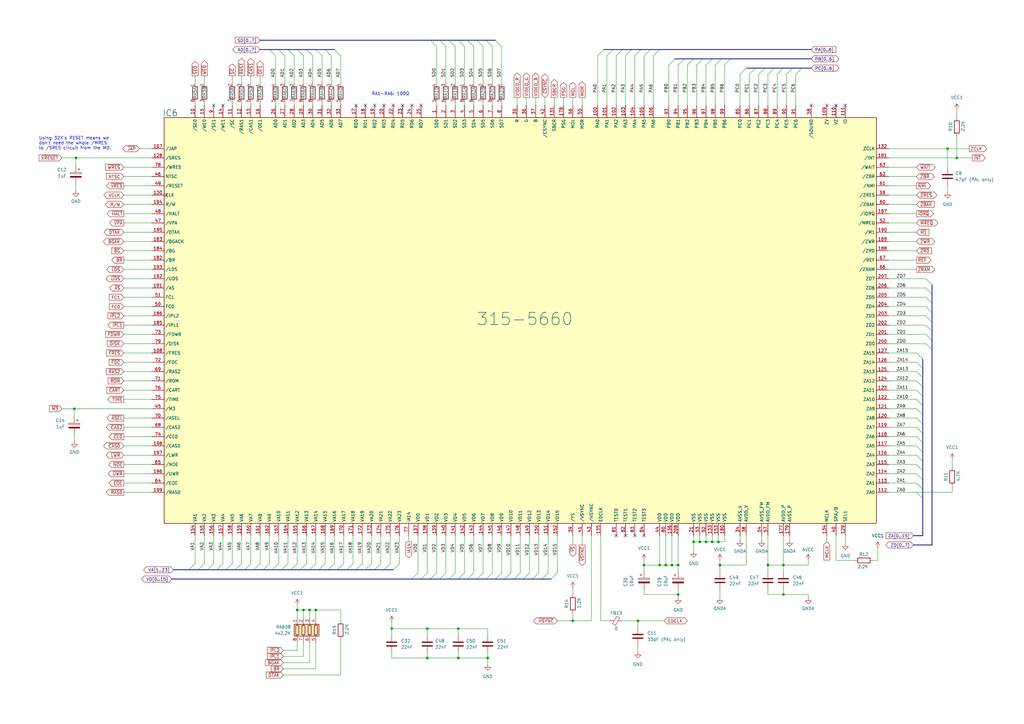
<source format=kicad_sch>
(kicad_sch (version 20231120) (generator "eeschema") (generator_version "8.0")
  (paper "A3")
  (title_block (title "SGE (MD Custom ASIC)") (date "2023-11-29") (rev "1.3") (company "By Cosam") (comment 1 "Neptune"))
  (junction (at 292.1 222.25))
  (junction (at 127 250.19))
  (junction (at 388.62 60.96))
  (junction (at 187.96 269.875))
  (junction (at 187.96 257.81))
  (junction (at 175.26 269.875))
  (junction (at 264.16 231.775))
  (junction (at 321.31 243.84))
  (junction (at 31.115 64.77))
  (junction (at 129.54 250.19))
  (junction (at 278.13 243.84))
  (junction (at 284.48 222.25))
  (junction (at 121.92 250.19))
  (junction (at 270.51 231.775))
  (junction (at 275.59 231.775))
  (junction (at 200.025 269.875))
  (junction (at 321.31 231.775))
  (junction (at 287.02 222.25))
  (junction (at 294.64 222.25))
  (junction (at 295.275 231.775))
  (junction (at 261.62 254.635))
  (junction (at 314.96 231.775))
  (junction (at 278.13 231.775))
  (junction (at 175.26 257.81))
  (junction (at 392.43 64.77))
  (junction (at 273.05 231.775))
  (junction (at 30.48 167.64))
  (junction (at 160.655 257.81))
  (junction (at 234.95 254.635))
  (junction (at 124.46 250.19))
  (junction (at 289.56 222.25))
  (no_connect (at 153.67 43.18))
  (no_connect (at 256.54 219.71))
  (no_connect (at 149.86 43.18))
  (no_connect (at 264.16 219.71))
  (no_connect (at 339.09 43.18))
  (no_connect (at 346.71 43.18))
  (no_connect (at 91.44 43.18))
  (no_connect (at 146.05 43.18))
  (no_connect (at 87.63 43.18))
  (no_connect (at 252.73 219.71))
  (no_connect (at 168.91 43.18))
  (no_connect (at 161.29 43.18))
  (no_connect (at 172.72 43.18))
  (no_connect (at 260.35 219.71))
  (no_connect (at 342.9 43.18))
  (no_connect (at 165.1 43.18))
  (no_connect (at 332.74 43.18))
  (no_connect (at 157.48 43.18))
  (bus_entry (at 375.92 179.07) (size 2.54 2.54))
  (bus_entry (at 375.92 163.83) (size 2.54 2.54))
  (bus_entry (at 207.01 237.49) (size 2.54 -2.54))
  (bus_entry (at 375.92 144.78) (size 2.54 2.54))
  (bus_entry (at 139.7 22.86) (size -2.54 -2.54))
  (bus_entry (at 182.88 19.05) (size -2.54 -2.54))
  (bus_entry (at 256.54 22.86) (size 2.54 -2.54))
  (bus_entry (at 293.37 26.67) (size 2.54 -2.54))
  (bus_entry (at 194.31 19.05) (size -2.54 -2.54))
  (bus_entry (at 198.12 19.05) (size -2.54 -2.54))
  (bus_entry (at 322.58 30.48) (size 2.54 -2.54))
  (bus_entry (at 111.76 233.68) (size 2.54 -2.54))
  (bus_entry (at 195.58 237.49) (size 2.54 -2.54))
  (bus_entry (at 186.69 19.05) (size -2.54 -2.54))
  (bus_entry (at 132.08 22.86) (size -2.54 -2.54))
  (bus_entry (at 375.92 156.21) (size 2.54 2.54))
  (bus_entry (at 281.94 26.67) (size 2.54 -2.54))
  (bus_entry (at 135.89 22.86) (size -2.54 -2.54))
  (bus_entry (at 379.73 140.97) (size 2.54 2.54))
  (bus_entry (at 191.77 237.49) (size 2.54 -2.54))
  (bus_entry (at 375.92 198.12) (size 2.54 2.54))
  (bus_entry (at 168.91 237.49) (size 2.54 -2.54))
  (bus_entry (at 120.65 22.86) (size -2.54 -2.54))
  (bus_entry (at 161.29 233.68) (size 2.54 -2.54))
  (bus_entry (at 245.11 22.86) (size 2.54 -2.54))
  (bus_entry (at 138.43 233.68) (size 2.54 -2.54))
  (bus_entry (at 379.73 129.54) (size 2.54 2.54))
  (bus_entry (at 146.05 233.68) (size 2.54 -2.54))
  (bus_entry (at 267.97 22.86) (size 2.54 -2.54))
  (bus_entry (at 184.15 237.49) (size 2.54 -2.54))
  (bus_entry (at 375.92 175.26) (size 2.54 2.54))
  (bus_entry (at 201.93 19.05) (size -2.54 -2.54))
  (bus_entry (at 379.73 137.16) (size 2.54 2.54))
  (bus_entry (at 116.84 22.86) (size -2.54 -2.54))
  (bus_entry (at 190.5 19.05) (size -2.54 -2.54))
  (bus_entry (at 127 233.68) (size 2.54 -2.54))
  (bus_entry (at 180.34 237.49) (size 2.54 -2.54))
  (bus_entry (at 85.09 233.68) (size 2.54 -2.54))
  (bus_entry (at 375.92 182.88) (size 2.54 2.54))
  (bus_entry (at 375.92 148.59) (size 2.54 2.54))
  (bus_entry (at 375.92 171.45) (size 2.54 2.54))
  (bus_entry (at 92.71 233.68) (size 2.54 -2.54))
  (bus_entry (at 142.24 233.68) (size 2.54 -2.54))
  (bus_entry (at 113.03 22.86) (size -2.54 -2.54))
  (bus_entry (at 264.16 22.86) (size 2.54 -2.54))
  (bus_entry (at 252.73 22.86) (size 2.54 -2.54))
  (bus_entry (at 179.07 19.05) (size -2.54 -2.54))
  (bus_entry (at 81.28 233.68) (size 2.54 -2.54))
  (bus_entry (at 124.46 22.86) (size -2.54 -2.54))
  (bus_entry (at 375.92 190.5) (size 2.54 2.54))
  (bus_entry (at 222.25 237.49) (size 2.54 -2.54))
  (bus_entry (at 210.82 237.49) (size 2.54 -2.54))
  (bus_entry (at 176.53 237.49) (size 2.54 -2.54))
  (bus_entry (at 289.56 26.67) (size 2.54 -2.54))
  (bus_entry (at 96.52 233.68) (size 2.54 -2.54))
  (bus_entry (at 104.14 233.68) (size 2.54 -2.54))
  (bus_entry (at 260.35 22.86) (size 2.54 -2.54))
  (bus_entry (at 375.92 160.02) (size 2.54 2.54))
  (bus_entry (at 379.73 118.11) (size 2.54 2.54))
  (bus_entry (at 128.27 22.86) (size -2.54 -2.54))
  (bus_entry (at 375.92 194.31) (size 2.54 2.54))
  (bus_entry (at 248.92 22.86) (size 2.54 -2.54))
  (bus_entry (at 375.92 201.93) (size 2.54 2.54))
  (bus_entry (at 203.2 237.49) (size 2.54 -2.54))
  (bus_entry (at 123.19 233.68) (size 2.54 -2.54))
  (bus_entry (at 187.96 237.49) (size 2.54 -2.54))
  (bus_entry (at 172.72 237.49) (size 2.54 -2.54))
  (bus_entry (at 303.53 30.48) (size 2.54 -2.54))
  (bus_entry (at 149.86 233.68) (size 2.54 -2.54))
  (bus_entry (at 379.73 114.3) (size 2.54 2.54))
  (bus_entry (at 205.74 19.05) (size -2.54 -2.54))
  (bus_entry (at 115.57 233.68) (size 2.54 -2.54))
  (bus_entry (at 326.39 30.48) (size 2.54 -2.54))
  (bus_entry (at 307.34 30.48) (size 2.54 -2.54))
  (bus_entry (at 119.38 233.68) (size 2.54 -2.54))
  (bus_entry (at 107.95 233.68) (size 2.54 -2.54))
  (bus_entry (at 88.9 233.68) (size 2.54 -2.54))
  (bus_entry (at 274.32 26.67) (size 2.54 -2.54))
  (bus_entry (at 375.92 186.69) (size 2.54 2.54))
  (bus_entry (at 379.73 121.92) (size 2.54 2.54))
  (bus_entry (at 379.73 133.35) (size 2.54 2.54))
  (bus_entry (at 218.44 237.49) (size 2.54 -2.54))
  (bus_entry (at 157.48 233.68) (size 2.54 -2.54))
  (bus_entry (at 214.63 237.49) (size 2.54 -2.54))
  (bus_entry (at 134.62 233.68) (size 2.54 -2.54))
  (bus_entry (at 285.75 26.67) (size 2.54 -2.54))
  (bus_entry (at 278.13 26.67) (size 2.54 -2.54))
  (bus_entry (at 375.92 152.4) (size 2.54 2.54))
  (bus_entry (at 199.39 237.49) (size 2.54 -2.54))
  (bus_entry (at 77.47 233.68) (size 2.54 -2.54))
  (bus_entry (at 379.73 125.73) (size 2.54 2.54))
  (bus_entry (at 100.33 233.68) (size 2.54 -2.54))
  (bus_entry (at 318.77 30.48) (size 2.54 -2.54))
  (bus_entry (at 130.81 233.68) (size 2.54 -2.54))
  (bus_entry (at 297.18 26.67) (size 2.54 -2.54))
  (bus_entry (at 226.06 237.49) (size 2.54 -2.54))
  (bus_entry (at 311.15 30.48) (size 2.54 -2.54))
  (bus_entry (at 153.67 233.68) (size 2.54 -2.54))
  (bus_entry (at 314.96 30.48) (size 2.54 -2.54))
  (bus_entry (at 375.92 167.64) (size 2.54 2.54))
  (wire (pts (xy 346.71 219.71) (xy 346.71 222.885)))
  (wire (pts (xy 50.8 140.97) (xy 62.23 140.97)))
  (wire (pts (xy 50.8 80.01) (xy 62.23 80.01)))
  (wire (pts (xy 190.5 19.05) (xy 190.5 34.29)))
  (wire (pts (xy 124.46 269.24) (xy 124.46 263.525)))
  (wire (pts (xy 50.8 163.83) (xy 62.23 163.83)))
  (bus (pts (xy 137.16 20.32) (xy 133.35 20.32)))
  (wire (pts (xy 390.525 199.39) (xy 390.525 201.93)))
  (bus (pts (xy 168.91 237.49) (xy 172.72 237.49)))
  (wire (pts (xy 264.16 231.775) (xy 270.51 231.775)))
  (wire (pts (xy 129.54 250.19) (xy 129.54 253.365)))
  (wire (pts (xy 314.96 243.84) (xy 321.31 243.84)))
  (wire (pts (xy 160.655 257.81) (xy 160.655 260.35)))
  (wire (pts (xy 295.275 241.935) (xy 295.275 245.11)))
  (wire (pts (xy 364.49 118.11) (xy 379.73 118.11)))
  (bus (pts (xy 276.86 24.13) (xy 280.67 24.13)))
  (wire (pts (xy 118.11 219.71) (xy 118.11 231.14)))
  (bus (pts (xy 378.46 189.23) (xy 378.46 193.04)))
  (wire (pts (xy 228.6 254.635) (xy 234.95 254.635)))
  (bus (pts (xy 210.82 237.49) (xy 214.63 237.49)))
  (wire (pts (xy 213.36 219.71) (xy 213.36 234.95)))
  (wire (pts (xy 50.8 198.12) (xy 62.23 198.12)))
  (wire (pts (xy 121.92 250.19) (xy 124.46 250.19)))
  (wire (pts (xy 392.43 45.085) (xy 392.43 48.26)))
  (wire (pts (xy 175.26 257.81) (xy 175.26 260.35)))
  (wire (pts (xy 116.205 271.78) (xy 127 271.78)))
  (wire (pts (xy 127 250.19) (xy 127 253.365)))
  (bus (pts (xy 299.72 24.13) (xy 295.91 24.13)))
  (wire (pts (xy 274.32 26.67) (xy 274.32 43.18)))
  (wire (pts (xy 364.49 175.26) (xy 375.92 175.26)))
  (wire (pts (xy 392.43 64.77) (xy 398.78 64.77)))
  (wire (pts (xy 215.9 40.005) (xy 215.9 43.18)))
  (wire (pts (xy 364.49 64.77) (xy 392.43 64.77)))
  (wire (pts (xy 114.3 219.71) (xy 114.3 231.14)))
  (wire (pts (xy 50.8 72.39) (xy 62.23 72.39)))
  (wire (pts (xy 326.39 30.48) (xy 326.39 43.18)))
  (wire (pts (xy 364.49 60.96) (xy 388.62 60.96)))
  (wire (pts (xy 364.49 121.92) (xy 379.73 121.92)))
  (wire (pts (xy 50.8 182.88) (xy 62.23 182.88)))
  (wire (pts (xy 364.49 72.39) (xy 375.92 72.39)))
  (wire (pts (xy 80.01 219.71) (xy 80.01 231.14)))
  (wire (pts (xy 205.74 219.71) (xy 205.74 234.95)))
  (bus (pts (xy 195.58 237.49) (xy 199.39 237.49)))
  (wire (pts (xy 50.8 201.93) (xy 62.23 201.93)))
  (wire (pts (xy 127 250.19) (xy 129.54 250.19)))
  (bus (pts (xy 153.67 233.68) (xy 157.48 233.68)))
  (wire (pts (xy 318.77 30.48) (xy 318.77 43.18)))
  (wire (pts (xy 264.16 229.87) (xy 264.16 231.775)))
  (wire (pts (xy 264.16 231.775) (xy 264.16 234.315)))
  (wire (pts (xy 50.8 137.16) (xy 62.23 137.16)))
  (wire (pts (xy 156.21 219.71) (xy 156.21 231.14)))
  (bus (pts (xy 306.07 27.94) (xy 309.88 27.94)))
  (wire (pts (xy 228.6 219.71) (xy 228.6 234.95)))
  (wire (pts (xy 238.76 40.005) (xy 238.76 43.18)))
  (wire (pts (xy 364.49 201.93) (xy 375.92 201.93)))
  (wire (pts (xy 137.16 219.71) (xy 137.16 231.14)))
  (wire (pts (xy 139.7 41.91) (xy 139.7 43.18)))
  (bus (pts (xy 218.44 237.49) (xy 222.25 237.49)))
  (bus (pts (xy 378.46 170.18) (xy 378.46 173.99)))
  (wire (pts (xy 182.88 219.71) (xy 182.88 234.95)))
  (bus (pts (xy 321.31 27.94) (xy 325.12 27.94)))
  (wire (pts (xy 275.59 231.775) (xy 275.59 219.71)))
  (wire (pts (xy 256.54 22.86) (xy 256.54 43.18)))
  (bus (pts (xy 328.93 27.94) (xy 332.74 27.94)))
  (wire (pts (xy 295.275 231.775) (xy 306.07 231.775)))
  (wire (pts (xy 186.69 41.91) (xy 186.69 43.18)))
  (wire (pts (xy 31.115 75.565) (xy 31.115 78.105)))
  (bus (pts (xy 378.46 154.94) (xy 378.46 158.75)))
  (wire (pts (xy 322.58 30.48) (xy 322.58 43.18)))
  (wire (pts (xy 50.8 148.59) (xy 62.23 148.59)))
  (bus (pts (xy 149.86 233.68) (xy 153.67 233.68)))
  (wire (pts (xy 50.8 160.02) (xy 62.23 160.02)))
  (bus (pts (xy 199.39 16.51) (xy 195.58 16.51)))
  (bus (pts (xy 382.27 120.65) (xy 382.27 124.46)))
  (wire (pts (xy 116.205 276.86) (xy 139.7 276.86)))
  (wire (pts (xy 120.65 22.86) (xy 120.65 34.29)))
  (bus (pts (xy 176.53 237.49) (xy 180.34 237.49)))
  (wire (pts (xy 364.49 87.63) (xy 375.92 87.63)))
  (wire (pts (xy 91.44 219.71) (xy 91.44 231.14)))
  (bus (pts (xy 207.01 237.49) (xy 210.82 237.49)))
  (wire (pts (xy 292.1 219.71) (xy 292.1 222.25)))
  (bus (pts (xy 378.46 200.66) (xy 378.46 204.47)))
  (wire (pts (xy 50.8 171.45) (xy 62.23 171.45)))
  (bus (pts (xy 111.76 233.68) (xy 115.57 233.68)))
  (wire (pts (xy 342.9 229.87) (xy 342.9 219.71)))
  (wire (pts (xy 295.275 231.775) (xy 295.275 234.315)))
  (wire (pts (xy 278.13 241.935) (xy 278.13 243.84)))
  (wire (pts (xy 273.05 219.71) (xy 273.05 231.775)))
  (wire (pts (xy 31.115 64.77) (xy 31.115 67.945)))
  (wire (pts (xy 245.11 22.86) (xy 245.11 43.18)))
  (bus (pts (xy 106.68 16.51) (xy 176.53 16.51)))
  (wire (pts (xy 339.09 219.71) (xy 339.09 222.25)))
  (wire (pts (xy 187.96 257.81) (xy 200.025 257.81)))
  (bus (pts (xy 176.53 16.51) (xy 180.34 16.51)))
  (wire (pts (xy 287.02 222.25) (xy 284.48 222.25)))
  (wire (pts (xy 121.92 250.19) (xy 121.92 253.365)))
  (wire (pts (xy 116.84 22.86) (xy 116.84 34.29)))
  (wire (pts (xy 273.05 231.775) (xy 275.59 231.775)))
  (wire (pts (xy 163.83 219.71) (xy 163.83 231.14)))
  (wire (pts (xy 311.15 30.48) (xy 311.15 43.18)))
  (wire (pts (xy 50.8 76.2) (xy 62.23 76.2)))
  (wire (pts (xy 293.37 26.67) (xy 293.37 43.18)))
  (wire (pts (xy 83.82 41.91) (xy 83.82 43.18)))
  (bus (pts (xy 119.38 233.68) (xy 123.19 233.68)))
  (wire (pts (xy 242.57 254.635) (xy 242.57 219.71)))
  (wire (pts (xy 50.8 175.26) (xy 62.23 175.26)))
  (wire (pts (xy 364.49 83.82) (xy 375.92 83.82)))
  (wire (pts (xy 388.62 76.2) (xy 388.62 78.74)))
  (wire (pts (xy 113.03 41.91) (xy 113.03 43.18)))
  (wire (pts (xy 179.07 19.05) (xy 179.07 34.29)))
  (bus (pts (xy 378.46 166.37) (xy 378.46 170.18)))
  (wire (pts (xy 360.045 229.87) (xy 358.14 229.87)))
  (wire (pts (xy 278.13 231.775) (xy 278.13 234.315)))
  (wire (pts (xy 50.8 152.4) (xy 62.23 152.4)))
  (wire (pts (xy 140.97 219.71) (xy 140.97 231.14)))
  (bus (pts (xy 222.25 237.49) (xy 226.06 237.49)))
  (wire (pts (xy 83.82 31.115) (xy 83.82 34.29)))
  (wire (pts (xy 246.38 254.635) (xy 250.19 254.635)))
  (wire (pts (xy 364.49 160.02) (xy 375.92 160.02)))
  (wire (pts (xy 303.53 219.71) (xy 303.53 221.615)))
  (wire (pts (xy 95.25 31.115) (xy 95.25 34.29)))
  (wire (pts (xy 238.76 223.52) (xy 238.76 219.71)))
  (wire (pts (xy 303.53 30.48) (xy 303.53 43.18)))
  (wire (pts (xy 50.8 194.31) (xy 62.23 194.31)))
  (wire (pts (xy 124.46 250.19) (xy 127 250.19)))
  (wire (pts (xy 113.03 22.86) (xy 113.03 34.29)))
  (wire (pts (xy 50.8 95.25) (xy 62.23 95.25)))
  (bus (pts (xy 134.62 233.68) (xy 138.43 233.68)))
  (wire (pts (xy 289.56 219.71) (xy 289.56 222.25)))
  (wire (pts (xy 297.18 222.25) (xy 294.64 222.25)))
  (wire (pts (xy 125.73 219.71) (xy 125.73 231.14)))
  (wire (pts (xy 364.49 91.44) (xy 375.92 91.44)))
  (bus (pts (xy 247.65 20.32) (xy 251.46 20.32)))
  (wire (pts (xy 278.13 231.775) (xy 275.59 231.775)))
  (wire (pts (xy 284.48 222.25) (xy 284.48 219.71)))
  (wire (pts (xy 50.8 83.82) (xy 62.23 83.82)))
  (bus (pts (xy 270.51 20.32) (xy 266.7 20.32)))
  (wire (pts (xy 201.93 19.05) (xy 201.93 34.29)))
  (wire (pts (xy 289.56 222.25) (xy 287.02 222.25)))
  (bus (pts (xy 374.65 223.52) (xy 382.27 223.52)))
  (wire (pts (xy 95.25 41.91) (xy 95.25 43.18)))
  (wire (pts (xy 129.54 274.32) (xy 129.54 263.525)))
  (wire (pts (xy 133.35 219.71) (xy 133.35 231.14)))
  (wire (pts (xy 314.96 241.935) (xy 314.96 243.84)))
  (wire (pts (xy 190.5 219.71) (xy 190.5 234.95)))
  (bus (pts (xy 382.27 143.51) (xy 382.27 223.52)))
  (wire (pts (xy 321.31 219.71) (xy 321.31 231.775)))
  (bus (pts (xy 146.05 233.68) (xy 149.86 233.68)))
  (wire (pts (xy 364.49 171.45) (xy 375.92 171.45)))
  (wire (pts (xy 323.85 219.71) (xy 323.85 221.615)))
  (wire (pts (xy 284.48 222.25) (xy 284.48 226.06)))
  (wire (pts (xy 264.16 243.84) (xy 278.13 243.84)))
  (bus (pts (xy 309.88 27.94) (xy 313.69 27.94)))
  (wire (pts (xy 273.05 231.775) (xy 270.51 231.775)))
  (bus (pts (xy 106.68 20.32) (xy 110.49 20.32)))
  (wire (pts (xy 364.49 186.69) (xy 375.92 186.69)))
  (bus (pts (xy 317.5 27.94) (xy 321.31 27.94)))
  (wire (pts (xy 234.95 251.46) (xy 234.95 254.635)))
  (wire (pts (xy 364.49 114.3) (xy 379.73 114.3)))
  (wire (pts (xy 50.8 121.92) (xy 62.23 121.92)))
  (wire (pts (xy 167.64 219.71) (xy 167.64 222.25)))
  (bus (pts (xy 138.43 233.68) (xy 142.24 233.68)))
  (bus (pts (xy 184.15 16.51) (xy 180.34 16.51)))
  (wire (pts (xy 248.92 22.86) (xy 248.92 43.18)))
  (wire (pts (xy 331.47 243.84) (xy 331.47 245.11)))
  (wire (pts (xy 160.655 257.81) (xy 175.26 257.81)))
  (wire (pts (xy 364.49 129.54) (xy 379.73 129.54)))
  (wire (pts (xy 264.16 241.935) (xy 264.16 243.84)))
  (wire (pts (xy 285.75 26.67) (xy 285.75 43.18)))
  (bus (pts (xy 85.09 233.68) (xy 88.9 233.68)))
  (bus (pts (xy 382.27 124.46) (xy 382.27 128.27)))
  (wire (pts (xy 50.8 91.44) (xy 62.23 91.44)))
  (bus (pts (xy 129.54 20.32) (xy 125.73 20.32)))
  (wire (pts (xy 364.49 95.25) (xy 375.92 95.25)))
  (wire (pts (xy 321.31 231.775) (xy 321.31 234.315)))
  (bus (pts (xy 77.47 233.68) (xy 81.28 233.68)))
  (wire (pts (xy 50.8 144.78) (xy 62.23 144.78)))
  (wire (pts (xy 364.49 144.78) (xy 375.92 144.78)))
  (wire (pts (xy 99.06 31.115) (xy 99.06 34.29)))
  (wire (pts (xy 321.31 241.935) (xy 321.31 243.84)))
  (wire (pts (xy 234.95 219.71) (xy 234.95 223.52)))
  (wire (pts (xy 364.49 140.97) (xy 379.73 140.97)))
  (wire (pts (xy 106.68 219.71) (xy 106.68 231.14)))
  (wire (pts (xy 217.17 219.71) (xy 217.17 234.95)))
  (wire (pts (xy 314.96 30.48) (xy 314.96 43.18)))
  (wire (pts (xy 364.49 163.83) (xy 375.92 163.83)))
  (wire (pts (xy 99.06 219.71) (xy 99.06 231.14)))
  (wire (pts (xy 179.07 41.91) (xy 179.07 43.18)))
  (wire (pts (xy 87.63 219.71) (xy 87.63 231.14)))
  (wire (pts (xy 50.8 133.35) (xy 62.23 133.35)))
  (wire (pts (xy 201.93 219.71) (xy 201.93 234.95)))
  (wire (pts (xy 50.8 99.06) (xy 62.23 99.06)))
  (bus (pts (xy 378.46 158.75) (xy 378.46 162.56)))
  (wire (pts (xy 190.5 41.91) (xy 190.5 43.18)))
  (wire (pts (xy 278.13 219.71) (xy 278.13 231.775)))
  (wire (pts (xy 148.59 219.71) (xy 148.59 231.14)))
  (bus (pts (xy 251.46 20.32) (xy 255.27 20.32)))
  (wire (pts (xy 312.42 219.71) (xy 312.42 221.615)))
  (wire (pts (xy 187.96 257.81) (xy 187.96 260.35)))
  (bus (pts (xy 195.58 16.51) (xy 191.77 16.51)))
  (wire (pts (xy 121.92 219.71) (xy 121.92 231.14)))
  (wire (pts (xy 83.82 219.71) (xy 83.82 231.14)))
  (bus (pts (xy 382.27 116.84) (xy 382.27 120.65)))
  (wire (pts (xy 106.68 41.91) (xy 106.68 43.18)))
  (wire (pts (xy 260.35 22.86) (xy 260.35 43.18)))
  (wire (pts (xy 234.95 254.635) (xy 242.57 254.635)))
  (wire (pts (xy 321.31 231.775) (xy 331.47 231.775)))
  (wire (pts (xy 175.26 219.71) (xy 175.26 234.95)))
  (wire (pts (xy 50.8 179.07) (xy 62.23 179.07)))
  (wire (pts (xy 314.96 219.71) (xy 314.96 231.775)))
  (wire (pts (xy 294.64 222.25) (xy 292.1 222.25)))
  (wire (pts (xy 50.8 186.69) (xy 62.23 186.69)))
  (bus (pts (xy 81.28 233.68) (xy 85.09 233.68)))
  (bus (pts (xy 123.19 233.68) (xy 127 233.68)))
  (bus (pts (xy 378.46 204.47) (xy 378.46 219.71)))
  (bus (pts (xy 328.93 27.94) (xy 325.12 27.94)))
  (wire (pts (xy 50.8 156.21) (xy 62.23 156.21)))
  (wire (pts (xy 200.025 257.81) (xy 200.025 260.35)))
  (wire (pts (xy 294.64 219.71) (xy 294.64 222.25)))
  (bus (pts (xy 157.48 233.68) (xy 161.29 233.68)))
  (wire (pts (xy 182.88 41.91) (xy 182.88 43.18)))
  (wire (pts (xy 129.54 250.19) (xy 139.7 250.19)))
  (wire (pts (xy 364.49 156.21) (xy 375.92 156.21)))
  (bus (pts (xy 191.77 237.49) (xy 195.58 237.49)))
  (bus (pts (xy 203.2 16.51) (xy 199.39 16.51)))
  (wire (pts (xy 187.96 269.875) (xy 187.96 267.97)))
  (bus (pts (xy 332.74 20.32) (xy 270.51 20.32)))
  (bus (pts (xy 378.46 177.8) (xy 378.46 181.61)))
  (bus (pts (xy 107.95 233.68) (xy 111.76 233.68)))
  (bus (pts (xy 130.81 233.68) (xy 134.62 233.68)))
  (bus (pts (xy 382.27 128.27) (xy 382.27 132.08)))
  (wire (pts (xy 31.115 64.77) (xy 62.23 64.77)))
  (wire (pts (xy 231.14 40.005) (xy 231.14 43.18)))
  (wire (pts (xy 194.31 41.91) (xy 194.31 43.18)))
  (bus (pts (xy 191.77 16.51) (xy 187.96 16.51)))
  (wire (pts (xy 30.48 167.64) (xy 62.23 167.64)))
  (wire (pts (xy 321.31 243.84) (xy 331.47 243.84)))
  (wire (pts (xy 121.92 248.285) (xy 121.92 250.19)))
  (wire (pts (xy 57.15 60.96) (xy 62.23 60.96)))
  (wire (pts (xy 364.49 133.35) (xy 379.73 133.35)))
  (bus (pts (xy 378.46 162.56) (xy 378.46 166.37)))
  (wire (pts (xy 297.18 26.67) (xy 297.18 43.18)))
  (wire (pts (xy 364.49 80.01) (xy 375.92 80.01)))
  (bus (pts (xy 292.1 24.13) (xy 295.91 24.13)))
  (bus (pts (xy 115.57 233.68) (xy 119.38 233.68)))
  (bus (pts (xy 187.96 237.49) (xy 191.77 237.49)))
  (wire (pts (xy 25.4 167.64) (xy 30.48 167.64)))
  (wire (pts (xy 227.33 40.005) (xy 227.33 43.18)))
  (wire (pts (xy 200.025 269.875) (xy 200.025 267.97)))
  (wire (pts (xy 364.49 179.07) (xy 375.92 179.07)))
  (wire (pts (xy 179.07 219.71) (xy 179.07 234.95)))
  (bus (pts (xy 127 233.68) (xy 130.81 233.68)))
  (wire (pts (xy 375.92 201.93) (xy 390.525 201.93)))
  (bus (pts (xy 378.46 219.71) (xy 374.65 219.71)))
  (wire (pts (xy 234.95 40.005) (xy 234.95 43.18)))
  (wire (pts (xy 264.16 22.86) (xy 264.16 43.18)))
  (wire (pts (xy 364.49 167.64) (xy 375.92 167.64)))
  (bus (pts (xy 262.89 20.32) (xy 266.7 20.32)))
  (wire (pts (xy 390.525 188.595) (xy 390.525 191.77)))
  (bus (pts (xy 180.34 237.49) (xy 184.15 237.49)))
  (wire (pts (xy 234.95 241.3) (xy 234.95 243.84)))
  (bus (pts (xy 104.14 233.68) (xy 107.95 233.68)))
  (wire (pts (xy 182.88 19.05) (xy 182.88 34.29)))
  (wire (pts (xy 132.08 41.91) (xy 132.08 43.18)))
  (wire (pts (xy 80.01 31.115) (xy 80.01 34.29)))
  (wire (pts (xy 50.8 125.73) (xy 62.23 125.73)))
  (wire (pts (xy 95.25 219.71) (xy 95.25 231.14)))
  (wire (pts (xy 175.26 269.875) (xy 187.96 269.875)))
  (wire (pts (xy 261.62 254.635) (xy 261.62 257.175)))
  (bus (pts (xy 378.46 151.13) (xy 378.46 154.94)))
  (wire (pts (xy 364.49 137.16) (xy 379.73 137.16)))
  (wire (pts (xy 314.96 231.775) (xy 314.96 234.315)))
  (wire (pts (xy 50.8 190.5) (xy 62.23 190.5)))
  (bus (pts (xy 378.46 193.04) (xy 378.46 196.85)))
  (wire (pts (xy 364.49 99.06) (xy 375.92 99.06)))
  (wire (pts (xy 132.08 22.86) (xy 132.08 34.29)))
  (bus (pts (xy 378.46 181.61) (xy 378.46 185.42)))
  (wire (pts (xy 252.73 22.86) (xy 252.73 43.18)))
  (wire (pts (xy 246.38 254.635) (xy 246.38 219.71)))
  (wire (pts (xy 364.49 182.88) (xy 375.92 182.88)))
  (wire (pts (xy 212.09 40.005) (xy 212.09 43.18)))
  (bus (pts (xy 92.71 233.68) (xy 96.52 233.68)))
  (wire (pts (xy 116.205 266.7) (xy 121.92 266.7)))
  (wire (pts (xy 364.49 125.73) (xy 379.73 125.73)))
  (bus (pts (xy 280.67 24.13) (xy 284.48 24.13)))
  (wire (pts (xy 160.655 269.875) (xy 175.26 269.875)))
  (wire (pts (xy 106.68 31.115) (xy 106.68 34.29)))
  (bus (pts (xy 288.29 24.13) (xy 292.1 24.13)))
  (wire (pts (xy 364.49 194.31) (xy 375.92 194.31)))
  (wire (pts (xy 314.96 231.775) (xy 321.31 231.775)))
  (bus (pts (xy 332.74 24.13) (xy 299.72 24.13)))
  (wire (pts (xy 388.62 60.96) (xy 388.62 68.58)))
  (wire (pts (xy 160.02 219.71) (xy 160.02 231.14)))
  (wire (pts (xy 364.49 198.12) (xy 375.92 198.12)))
  (wire (pts (xy 307.34 30.48) (xy 307.34 43.18)))
  (wire (pts (xy 261.62 254.635) (xy 272.415 254.635)))
  (bus (pts (xy 70.485 237.49) (xy 168.91 237.49)))
  (bus (pts (xy 71.12 233.68) (xy 77.47 233.68)))
  (wire (pts (xy 128.27 41.91) (xy 128.27 43.18)))
  (bus (pts (xy 203.2 237.49) (xy 207.01 237.49)))
  (wire (pts (xy 364.49 76.2) (xy 375.92 76.2)))
  (bus (pts (xy 142.24 233.68) (xy 146.05 233.68)))
  (wire (pts (xy 205.74 41.91) (xy 205.74 43.18)))
  (bus (pts (xy 378.46 173.99) (xy 378.46 177.8)))
  (wire (pts (xy 160.655 255.27) (xy 160.655 257.81)))
  (wire (pts (xy 50.8 68.58) (xy 62.23 68.58)))
  (wire (pts (xy 102.87 31.115) (xy 102.87 34.29)))
  (wire (pts (xy 135.89 22.86) (xy 135.89 34.29)))
  (wire (pts (xy 278.13 243.84) (xy 278.13 245.11)))
  (bus (pts (xy 382.27 139.7) (xy 382.27 143.51)))
  (wire (pts (xy 124.46 22.86) (xy 124.46 34.29)))
  (bus (pts (xy 114.3 20.32) (xy 110.49 20.32)))
  (wire (pts (xy 364.49 110.49) (xy 375.92 110.49)))
  (bus (pts (xy 184.15 237.49) (xy 187.96 237.49)))
  (bus (pts (xy 214.63 237.49) (xy 218.44 237.49)))
  (wire (pts (xy 295.275 229.87) (xy 295.275 231.775)))
  (wire (pts (xy 124.46 250.19) (xy 124.46 253.365)))
  (wire (pts (xy 50.8 129.54) (xy 62.23 129.54)))
  (wire (pts (xy 102.87 41.91) (xy 102.87 43.18)))
  (bus (pts (xy 382.27 132.08) (xy 382.27 135.89)))
  (wire (pts (xy 198.12 219.71) (xy 198.12 234.95)))
  (wire (pts (xy 331.47 229.87) (xy 331.47 231.775)))
  (wire (pts (xy 388.62 60.96) (xy 397.51 60.96)))
  (wire (pts (xy 200.025 269.875) (xy 200.025 272.415)))
  (bus (pts (xy 378.46 196.85) (xy 378.46 200.66)))
  (bus (pts (xy 313.69 27.94) (xy 317.5 27.94)))
  (wire (pts (xy 281.94 26.67) (xy 281.94 43.18)))
  (wire (pts (xy 175.26 269.875) (xy 175.26 267.97)))
  (bus (pts (xy 255.27 20.32) (xy 259.08 20.32)))
  (wire (pts (xy 50.8 87.63) (xy 62.23 87.63)))
  (wire (pts (xy 171.45 219.71) (xy 171.45 234.95)))
  (wire (pts (xy 50.8 118.11) (xy 62.23 118.11)))
  (bus (pts (xy 378.46 147.32) (xy 378.46 151.13)))
  (wire (pts (xy 99.06 41.91) (xy 99.06 43.18)))
  (wire (pts (xy 267.97 22.86) (xy 267.97 43.18)))
  (wire (pts (xy 364.49 148.59) (xy 375.92 148.59)))
  (wire (pts (xy 116.205 269.24) (xy 124.46 269.24)))
  (wire (pts (xy 121.92 266.7) (xy 121.92 263.525)))
  (wire (pts (xy 292.1 222.25) (xy 289.56 222.25)))
  (bus (pts (xy 378.46 185.42) (xy 378.46 189.23)))
  (wire (pts (xy 360.045 224.79) (xy 360.045 229.87)))
  (wire (pts (xy 223.52 40.005) (xy 223.52 43.18)))
  (wire (pts (xy 194.31 219.71) (xy 194.31 234.95)))
  (wire (pts (xy 350.52 229.87) (xy 342.9 229.87)))
  (wire (pts (xy 127 271.78) (xy 127 263.525)))
  (wire (pts (xy 30.48 178.435) (xy 30.48 180.975)))
  (wire (pts (xy 30.48 167.64) (xy 30.48 170.815)))
  (wire (pts (xy 219.71 40.005) (xy 219.71 43.18)))
  (bus (pts (xy 172.72 237.49) (xy 176.53 237.49)))
  (bus (pts (xy 199.39 237.49) (xy 203.2 237.49)))
  (wire (pts (xy 194.31 19.05) (xy 194.31 34.29)))
  (bus (pts (xy 382.27 135.89) (xy 382.27 139.7)))
  (wire (pts (xy 364.49 102.87) (xy 375.92 102.87)))
  (wire (pts (xy 116.84 41.91) (xy 116.84 43.18)))
  (wire (pts (xy 50.8 114.3) (xy 62.23 114.3)))
  (wire (pts (xy 297.18 219.71) (xy 297.18 222.25)))
  (bus (pts (xy 100.33 233.68) (xy 104.14 233.68)))
  (bus (pts (xy 88.9 233.68) (xy 92.71 233.68)))
  (bus (pts (xy 121.92 20.32) (xy 118.11 20.32)))
  (wire (pts (xy 364.49 106.68) (xy 375.92 106.68)))
  (bus (pts (xy 133.35 20.32) (xy 129.54 20.32)))
  (wire (pts (xy 220.98 219.71) (xy 220.98 234.95)))
  (wire (pts (xy 198.12 19.05) (xy 198.12 34.29)))
  (bus (pts (xy 259.08 20.32) (xy 262.89 20.32)))
  (wire (pts (xy 187.96 269.875) (xy 200.025 269.875)))
  (wire (pts (xy 120.65 41.91) (xy 120.65 43.18)))
  (wire (pts (xy 255.27 254.635) (xy 261.62 254.635)))
  (wire (pts (xy 139.7 250.19) (xy 139.7 254.635)))
  (wire (pts (xy 224.79 219.71) (xy 224.79 234.95)))
  (wire (pts (xy 270.51 231.775) (xy 270.51 219.71)))
  (wire (pts (xy 306.07 219.71) (xy 306.07 231.775)))
  (wire (pts (xy 25.4 64.77) (xy 31.115 64.77)))
  (wire (pts (xy 129.54 219.71) (xy 129.54 231.14)))
  (wire (pts (xy 364.49 152.4) (xy 375.92 152.4)))
  (wire (pts (xy 289.56 26.67) (xy 289.56 43.18)))
  (wire (pts (xy 278.13 26.67) (xy 278.13 43.18)))
  (wire (pts (xy 201.93 41.91) (xy 201.93 43.18)))
  (bus (pts (xy 125.73 20.32) (xy 121.92 20.32)))
  (wire (pts (xy 392.43 55.88) (xy 392.43 64.77)))
  (wire (pts (xy 139.7 276.86) (xy 139.7 262.255)))
  (bus (pts (xy 118.11 20.32) (xy 114.3 20.32)))
  (wire (pts (xy 261.62 264.795) (xy 261.62 267.335)))
  (wire (pts (xy 124.46 41.91) (xy 124.46 43.18)))
  (bus (pts (xy 187.96 16.51) (xy 184.15 16.51)))
  (wire (pts (xy 160.655 267.97) (xy 160.655 269.875)))
  (wire (pts (xy 186.69 19.05) (xy 186.69 34.29)))
  (wire (pts (xy 139.7 22.86) (xy 139.7 34.29)))
  (wire (pts (xy 144.78 219.71) (xy 144.78 231.14)))
  (wire (pts (xy 364.49 190.5) (xy 375.92 190.5)))
  (wire (pts (xy 205.74 19.05) (xy 205.74 34.29)))
  (wire (pts (xy 110.49 219.71) (xy 110.49 231.14)))
  (wire (pts (xy 175.26 257.81) (xy 187.96 257.81)))
  (wire (pts (xy 152.4 219.71) (xy 152.4 231.14)))
  (wire (pts (xy 102.87 219.71) (xy 102.87 231.14)))
  (wire (pts (xy 50.8 102.87) (xy 62.23 102.87)))
  (wire (pts (xy 116.205 274.32) (xy 129.54 274.32)))
  (bus (pts (xy 96.52 233.68) (xy 100.33 233.68)))
  (wire (pts (xy 135.89 41.91) (xy 135.89 43.18)))
  (wire (pts (xy 364.49 68.58) (xy 375.92 68.58)))
  (wire (pts (xy 287.02 219.71) (xy 287.02 222.25)))
  (wire (pts (xy 50.8 106.68) (xy 62.23 106.68)))
  (wire (pts (xy 50.8 110.49) (xy 62.23 110.49)))
  (wire (pts (xy 209.55 219.71) (xy 209.55 234.95)))
  (wire (pts (xy 80.01 41.91) (xy 80.01 43.18)))
  (bus (pts (xy 284.48 24.13) (xy 288.29 24.13)))
  (wire (pts (xy 128.27 22.86) (xy 128.27 34.29)))
  (wire (pts (xy 186.69 219.71) (xy 186.69 234.95)))
  (wire (pts (xy 198.12 41.91) (xy 198.12 43.18)))
  (text "Using 32X's RESET means we\ndon't need the whole /MRES\nto /SRES circuit from the MD." (at 15.875 61.595 0) (effects (font (size 1.27 1.27)) (justify left bottom)))
  (text "RA1-RA6: 100Ω" (at 152.4 39.37 0) (effects (font (size 1.27 1.27)) (justify left bottom)))
  (label "ZD7" (at 367.665 114.3 0))
  (label "SD1" (at 182.88 31.75 90))
  (label "VA18" (at 144.78 222.25 270))
  (label "VA10" (at 114.3 222.25 270))
  (label "AD6" (at 135.89 31.75 90))
  (label "VA3" (at 87.63 222.25 270))
  (label "SD2" (at 186.69 31.75 90))
  (label "VA11" (at 118.11 222.25 270))
  (label "VA22" (at 160.02 222.25 270))
  (label "ZA1" (at 367.665 198.12 0))
  (label "VA5" (at 95.25 222.25 270))
  (label "ZD4" (at 367.665 125.73 0))
  (label "PB0" (at 274.32 38.1 90))
  (label "ZA12" (at 367.665 156.21 0))
  (label "VA17" (at 140.97 222.25 270))
  (label "VA21" (at 156.21 222.25 270))
  (label "PA6" (at 267.97 38.1 90))
  (label "SD5" (at 198.12 31.75 90))
  (label "AD3" (at 124.46 31.75 90))
  (label "SD3" (at 190.5 31.75 90))
  (label "PA4" (at 260.35 38.1 90))
  (label "AD7" (at 139.7 31.75 90))
  (label "SD0" (at 179.07 31.75 90))
  (label "SD7" (at 205.74 31.75 90))
  (label "SD4" (at 194.31 31.75 90))
  (label "AD5" (at 132.08 31.75 90))
  (label "ZA3" (at 367.665 190.5 0))
  (label "VA6" (at 99.06 222.25 270))
  (label "ZA4" (at 367.665 186.69 0))
  (label "VA13" (at 125.73 222.25 270))
  (label "ZD0" (at 367.665 140.97 0))
  (label "ZA2" (at 367.665 194.31 0))
  (label "ZA5" (at 367.665 182.88 0))
  (label "PC6" (at 326.39 38.1 90))
  (label "SD6" (at 201.93 31.75 90))
  (label "PA3" (at 256.54 38.1 90))
  (label "PB3" (at 285.75 38.1 90))
  (label "VA20" (at 152.4 222.25 270))
  (label "ZA10" (at 367.665 163.83 0))
  (label "ZD5" (at 367.665 121.92 0))
  (label "VD4" (at 186.69 222.885 270))
  (label "VA7" (at 102.87 222.25 270))
  (label "PC3" (at 314.96 38.1 90))
  (label "PB6" (at 297.18 38.1 90))
  (label "VD5" (at 190.5 222.885 270))
  (label "ZA6" (at 367.665 179.07 0))
  (label "ZA7" (at 367.665 175.26 0))
  (label "VA2" (at 83.82 222.25 270))
  (label "PC2" (at 311.15 38.1 90))
  (label "VD14" (at 224.79 222.885 270))
  (label "AD2" (at 120.65 31.75 90))
  (label "PA0" (at 245.11 38.1 90))
  (label "VA15" (at 133.35 222.25 270))
  (label "ZA11" (at 367.665 160.02 0))
  (label "ZA8" (at 367.665 171.45 0))
  (label "VD6" (at 194.31 222.885 270))
  (label "VA9" (at 110.49 222.25 270))
  (label "PB5" (at 293.37 38.1 90))
  (label "ZA0" (at 367.665 201.93 0))
  (label "PC1" (at 307.34 38.1 90))
  (label "VA4" (at 91.44 222.25 270))
  (label "VD13" (at 220.98 222.885 270))
  (label "ZD3" (at 367.665 129.54 0))
  (label "ZA9" (at 367.665 167.64 0))
  (label "AD0" (at 113.03 31.75 90))
  (label "VA14" (at 129.54 222.25 270))
  (label "AD1" (at 116.84 31.75 90))
  (label "PC4" (at 318.77 38.1 90))
  (label "AD4" (at 128.27 31.75 90))
  (label "VA19" (at 148.59 222.25 270))
  (label "ZD2" (at 367.665 133.35 0))
  (label "VD11" (at 213.36 222.885 270))
  (label "VD3" (at 182.88 222.885 270))
  (label "PA2" (at 252.73 38.1 90))
  (label "VD8" (at 201.93 222.885 270))
  (label "PA5" (at 264.16 38.1 90))
  (label "PB4" (at 289.56 38.1 90))
  (label "VA12" (at 121.92 222.25 270))
  (label "VD2" (at 179.07 222.885 270))
  (label "ZA15" (at 367.665 144.78 0))
  (label "VA16" (at 137.16 222.25 270))
  (label "VD0" (at 171.45 222.885 270))
  (label "VD15" (at 228.6 222.885 270))
  (label "PC5" (at 322.58 38.1 90))
  (label "ZD6" (at 367.665 118.11 0))
  (label "VD9" (at 205.74 222.885 270))
  (label "PB1" (at 278.13 38.1 90))
  (label "VD1" (at 175.26 222.885 270))
  (label "VD10" (at 209.55 222.885 270))
  (label "VA23" (at 163.83 222.25 270))
  (label "PB2" (at 281.94 38.1 90))
  (label "PC0" (at 303.53 38.1 90))
  (label "ZD1" (at 367.665 137.16 0))
  (label "ZA13" (at 367.665 152.4 0))
  (label "VA8" (at 106.68 222.25 270))
  (label "ZA14" (at 367.665 148.59 0))
  (label "VA1" (at 80.01 222.25 270))
  (label "VD7" (at 198.12 222.885 270))
  (label "VD12" (at 217.17 222.885 270))
  (label "PA1" (at 248.92 38.1 90))
  (global_label "~{NMI}" (shape output) (at 375.92 76.2 0) (property "Intersheetrefs" "${INTERSHEET_REFS}" (effects (hide yes))))
  (global_label "~{HALT}" (shape output) (at 50.8 87.63 180) (property "Intersheetrefs" "${INTERSHEET_REFS}" (effects (hide yes))))
  (global_label "VA[1..23]" (shape bidirectional) (at 71.12 233.68 180) (property "Intersheetrefs" "${INTERSHEET_REFS}" (effects (hide yes))))
  (global_label "~{M3}" (shape input) (at 25.4 167.64 180) (property "Intersheetrefs" "${INTERSHEET_REFS}" (effects (hide yes))))
  (global_label "~{CAS2}" (shape output) (at 50.8 175.26 180) (property "Intersheetrefs" "${INTERSHEET_REFS}" (effects (hide yes))))
  (global_label "PA[0..6]" (shape input) (at 332.74 20.32 0) (property "Intersheetrefs" "${INTERSHEET_REFS}" (effects (hide yes))))
  (global_label "~{LWR}" (shape bidirectional) (at 50.8 186.69 180) (property "Intersheetrefs" "${INTERSHEET_REFS}" (effects (hide yes))))
  (global_label "~{WRES}" (shape input) (at 50.8 68.58 180) (property "Intersheetrefs" "${INTERSHEET_REFS}" (effects (hide yes))))
  (global_label "~{WE0}" (shape output) (at 83.82 31.115 90) (property "Intersheetrefs" "${INTERSHEET_REFS}" (effects (hide yes))))
  (global_label "~{CAS1}" (shape output) (at 102.87 31.115 90) (property "Intersheetrefs" "${INTERSHEET_REFS}" (effects (hide yes))))
  (global_label "~{IPL2}" (shape input) (at 116.205 266.7 180) (property "Intersheetrefs" "${INTERSHEET_REFS}" (effects (hide yes))))
  (global_label "~{CSYNC}" (shape bidirectional) (at 223.52 40.005 90) (property "Intersheetrefs" "${INTERSHEET_REFS}" (effects (hide yes))))
  (global_label "SD[0..7]" (shape input) (at 106.68 16.51 180) (property "Intersheetrefs" "${INTERSHEET_REFS}" (effects (hide yes))))
  (global_label "~{ROM}" (shape input) (at 50.8 156.21 180) (property "Intersheetrefs" "${INTERSHEET_REFS}" (effects (hide yes))))
  (global_label "~{IPL1}" (shape input) (at 116.205 269.24 180) (property "Intersheetrefs" "${INTERSHEET_REFS}" (effects (hide yes))))
  (global_label "~{JAP}" (shape bidirectional) (at 57.15 60.96 180) (property "Intersheetrefs" "${INTERSHEET_REFS}" (effects (hide yes))))
  (global_label "VIDEO_G" (shape output) (at 215.9 40.005 90) (property "Intersheetrefs" "${INTERSHEET_REFS}" (effects (hide yes))))
  (global_label "~{ASEL}" (shape output) (at 50.8 171.45 180) (property "Intersheetrefs" "${INTERSHEET_REFS}" (effects (hide yes))))
  (global_label "R{slash}W" (shape bidirectional) (at 50.8 83.82 180) (property "Intersheetrefs" "${INTERSHEET_REFS}" (effects (hide yes))))
  (global_label "~{XRESET}" (shape input) (at 25.4 64.77 180) (property "Intersheetrefs" "${INTERSHEET_REFS}" (effects (hide yes))))
  (global_label "PSG" (shape output) (at 231.14 40.005 90) (property "Intersheetrefs" "${INTERSHEET_REFS}" (effects (hide yes))))
  (global_label "~{DTAK}" (shape input) (at 116.205 276.86 180) (property "Intersheetrefs" "${INTERSHEET_REFS}" (effects (hide yes))))
  (global_label "VIDEO_R" (shape output) (at 212.09 40.005 90) (property "Intersheetrefs" "${INTERSHEET_REFS}" (effects (hide yes))))
  (global_label "~{BGAK}" (shape input) (at 116.205 271.78 180) (property "Intersheetrefs" "${INTERSHEET_REFS}" (effects (hide yes))))
  (global_label "ZCLK" (shape output) (at 397.51 60.96 0) (property "Intersheetrefs" "${INTERSHEET_REFS}" (effects (hide yes))))
  (global_label "~{ZBAK}" (shape input) (at 375.92 83.82 0) (property "Intersheetrefs" "${INTERSHEET_REFS}" (effects (hide yes))))
  (global_label "FC1" (shape input) (at 50.8 121.92 180) (property "Intersheetrefs" "${INTERSHEET_REFS}" (effects (hide yes))))
  (global_label "~{SC}" (shape output) (at 95.25 31.115 90) (property "Intersheetrefs" "${INTERSHEET_REFS}" (effects (hide yes))))
  (global_label "~{ZWR}" (shape bidirectional) (at 375.92 99.06 0) (property "Intersheetrefs" "${INTERSHEET_REFS}" (effects (hide yes))))
  (global_label "~{BG}" (shape input) (at 50.8 102.87 180) (property "Intersheetrefs" "${INTERSHEET_REFS}" (effects (hide yes))))
  (global_label "~{DISK}" (shape input) (at 50.8 140.97 180) (property "Intersheetrefs" "${INTERSHEET_REFS}" (effects (hide yes))))
  (global_label "~{ZBR}" (shape bidirectional) (at 375.92 72.39 0) (property "Intersheetrefs" "${INTERSHEET_REFS}" (effects (hide yes))))
  (global_label "EDCLK" (shape bidirectional) (at 272.415 254.635 0) (property "Intersheetrefs" "${INTERSHEET_REFS}" (effects (hide yes))))
  (global_label "~{BR}" (shape output) (at 50.8 106.68 180) (property "Intersheetrefs" "${INTERSHEET_REFS}" (effects (hide yes))))
  (global_label "~{IORQ}" (shape output) (at 375.92 87.63 0) (property "Intersheetrefs" "${INTERSHEET_REFS}" (effects (hide yes))))
  (global_label "~{HSYNC}" (shape bidirectional) (at 228.6 254.635 180) (property "Intersheetrefs" "${INTERSHEET_REFS}" (effects (hide yes))))
  (global_label "MOL" (shape output) (at 234.95 40.005 90) (property "Intersheetrefs" "${INTERSHEET_REFS}" (effects (hide yes))))
  (global_label "~{YS}" (shape output) (at 234.95 223.52 270) (property "Intersheetrefs" "${INTERSHEET_REFS}" (effects (hide yes))))
  (global_label "VIDEO_B" (shape output) (at 219.71 40.005 90) (property "Intersheetrefs" "${INTERSHEET_REFS}" (effects (hide yes))))
  (global_label "~{ZRD}" (shape input) (at 375.92 102.87 0) (property "Intersheetrefs" "${INTERSHEET_REFS}" (effects (hide yes))))
  (global_label "IA14" (shape output) (at 167.64 222.25 270) (property "Intersheetrefs" "${INTERSHEET_REFS}" (effects (hide yes))))
  (global_label "~{IPL2}" (shape input) (at 50.8 129.54 180) (property "Intersheetrefs" "${INTERSHEET_REFS}" (effects (hide yes))))
  (global_label "~{OE1}" (shape output) (at 106.68 31.115 90) (property "Intersheetrefs" "${INTERSHEET_REFS}" (effects (hide yes))))
  (global_label "ZA[0..15]" (shape input) (at 374.65 219.71 180) (property "Intersheetrefs" "${INTERSHEET_REFS}" (effects (hide yes))))
  (global_label "~{VSYNC}" (shape output) (at 238.76 223.52 270) (property "Intersheetrefs" "${INTERSHEET_REFS}" (effects (hide yes))))
  (global_label "~{REF}" (shape output) (at 375.92 106.68 0) (property "Intersheetrefs" "${INTERSHEET_REFS}" (effects (hide yes))))
  (global_label "NTSC" (shape input) (at 50.8 72.39 180) (property "Intersheetrefs" "${INTERSHEET_REFS}" (effects (hide yes))))
  (global_label "PC[0..6]" (shape bidirectional) (at 332.74 27.94 0) (property "Intersheetrefs" "${INTERSHEET_REFS}" (effects (hide yes))))
  (global_label "~{TIME}" (shape output) (at 50.8 163.83 180) (property "Intersheetrefs" "${INTERSHEET_REFS}" (effects (hide yes))))
  (global_label "~{ZRAM}" (shape output) (at 375.92 110.49 0) (property "Intersheetrefs" "${INTERSHEET_REFS}" (effects (hide yes))))
  (global_label "~{BR}" (shape input) (at 116.205 274.32 180) (property "Intersheetrefs" "${INTERSHEET_REFS}" (effects (hide yes))))
  (global_label "~{AS}" (shape bidirectional) (at 50.8 118.11 180) (property "Intersheetrefs" "${INTERSHEET_REFS}" (effects (hide yes))))
  (global_label "~{FRES}" (shape input) (at 50.8 144.78 180) (property "Intersheetrefs" "${INTERSHEET_REFS}" (effects (hide yes))))
  (global_label "~{DTAK}" (shape bidirectional) (at 50.8 95.25 180) (property "Intersheetrefs" "${INTERSHEET_REFS}" (effects (hide yes))))
  (global_label "ZD[0..7]" (shape bidirectional) (at 374.65 223.52 180) (property "Intersheetrefs" "${INTERSHEET_REFS}" (effects (hide yes))))
  (global_label "SBCR" (shape output) (at 227.33 40.005 90) (property "Intersheetrefs" "${INTERSHEET_REFS}" (effects (hide yes))))
  (global_label "~{CE0}" (shape output) (at 50.8 179.07 180) (property "Intersheetrefs" "${INTERSHEET_REFS}" (effects (hide yes))))
  (global_label "~{VRES}" (shape output) (at 50.8 76.2 180) (property "Intersheetrefs" "${INTERSHEET_REFS}" (effects (hide yes))))
  (global_label "~{IPL1}" (shape output) (at 50.8 133.35 180) (property "Intersheetrefs" "${INTERSHEET_REFS}" (effects (hide yes))))
  (global_label "VD[0..15]" (shape bidirectional) (at 70.485 237.49 180) (property "Intersheetrefs" "${INTERSHEET_REFS}" (effects (hide yes))))
  (global_label "~{LDS}" (shape bidirectional) (at 50.8 110.49 180) (property "Intersheetrefs" "${INTERSHEET_REFS}" (effects (hide yes))))
  (global_label "~{WAIT}" (shape bidirectional) (at 375.92 68.58 0) (property "Intersheetrefs" "${INTERSHEET_REFS}" (effects (hide yes))))
  (global_label "~{NOE}" (shape output) (at 50.8 190.5 180) (property "Intersheetrefs" "${INTERSHEET_REFS}" (effects (hide yes))))
  (global_label "FC0" (shape input) (at 50.8 125.73 180) (property "Intersheetrefs" "${INTERSHEET_REFS}" (effects (hide yes))))
  (global_label "MOR" (shape output) (at 238.76 40.005 90) (property "Intersheetrefs" "${INTERSHEET_REFS}" (effects (hide yes))))
  (global_label "~{UDS}" (shape bidirectional) (at 50.8 114.3 180) (property "Intersheetrefs" "${INTERSHEET_REFS}" (effects (hide yes))))
  (global_label "~{MREQ}" (shape bidirectional) (at 375.92 91.44 0) (property "Intersheetrefs" "${INTERSHEET_REFS}" (effects (hide yes))))
  (global_label "~{ZRES}" (shape bidirectional) (at 375.92 80.01 0) (property "Intersheetrefs" "${INTERSHEET_REFS}" (effects (hide yes))))
  (global_label "MCLK" (shape input) (at 339.09 222.25 270) (property "Intersheetrefs" "${INTERSHEET_REFS}" (effects (hide yes))))
  (global_label "~{SE0}" (shape output) (at 80.01 31.115 90) (property "Intersheetrefs" "${INTERSHEET_REFS}" (effects (hide yes))))
  (global_label "VCLK" (shape bidirectional) (at 50.8 80.01 180) (property "Intersheetrefs" "${INTERSHEET_REFS}" (effects (hide yes))))
  (global_label "~{RAS2}" (shape input) (at 50.8 152.4 180) (property "Intersheetrefs" "${INTERSHEET_REFS}" (effects (hide yes))))
  (global_label "~{UWR}" (shape output) (at 50.8 194.31 180) (property "Intersheetrefs" "${INTERSHEET_REFS}" (effects (hide yes))))
  (global_label "~{EOE}" (shape output) (at 50.8 198.12 180) (property "Intersheetrefs" "${INTERSHEET_REFS}" (effects (hide yes))))
  (global_label "~{RAS0}" (shape output) (at 50.8 201.93 180) (property "Intersheetrefs" "${INTERSHEET_REFS}" (effects (hide yes))))
  (global_label "~{M1}" (shape input) (at 375.92 95.25 0) (property "Intersheetrefs" "${INTERSHEET_REFS}" (effects (hide yes))))
  (global_label "~{FDC}" (shape input) (at 50.8 148.59 180) (property "Intersheetrefs" "${INTERSHEET_REFS}" (effects (hide yes))))
  (global_label "PB[0..6]" (shape bidirectional) (at 332.74 24.13 0) (property "Intersheetrefs" "${INTERSHEET_REFS}" (effects (hide yes))))
  (global_label "~{RAS1}" (shape output) (at 99.06 31.115 90) (property "Intersheetrefs" "${INTERSHEET_REFS}" (effects (hide yes))))
  (global_label "AD[0..7]" (shape bidirectional) (at 106.68 20.32 180) (property "Intersheetrefs" "${INTERSHEET_REFS}" (effects (hide yes))))
  (global_label "~{BGAK}" (shape bidirectional) (at 50.8 99.06 180) (property "Intersheetrefs" "${INTERSHEET_REFS}" (effects (hide yes))))
  (global_label "~{CAS0}" (shape bidirectional) (at 50.8 182.88 180) (property "Intersheetrefs" "${INTERSHEET_REFS}" (effects (hide yes))))
  (global_label "~{FDWR}" (shape input) (at 50.8 137.16 180) (property "Intersheetrefs" "${INTERSHEET_REFS}" (effects (hide yes))))
  (global_label "~{CART}" (shape input) (at 50.8 160.02 180) (property "Intersheetrefs" "${INTERSHEET_REFS}" (effects (hide yes))))
  (global_label "~{VPA}" (shape output) (at 50.8 91.44 180) (property "Intersheetrefs" "${INTERSHEET_REFS}" (effects (hide yes))))
  (global_label "~{INT}" (shape output) (at 398.78 64.77 0) (property "Intersheetrefs" "${INTERSHEET_REFS}" (effects (hide yes))))
  (symbol (lib_id "power:GNDA") (at 295.275 245.11 0) (unit 1)
    (property "Reference" "#PWR015" (effects (hide yes)))
    (property "Value" "GNDA" (at 295.275 249.555 0))
  )
  (symbol (lib_id "Device:R_Pack04_Split") (at 113.03 38.1 180) (unit 4)
    (property "Reference" "RA6" (at 113.03 35.56 90) (effects (justify left)))
    (property "Value" "4x100" (effects (hide yes)))
    (property "Footprint" "Resistor_SMD:R_Array_Convex_4x0603" (effects (hide yes)))
    (property "LCSC Part #" "C1852225" (effects (hide yes)))
    (property "MPN" "YC164-FR-07100RL" (effects (hide yes)))
  )
  (symbol (lib_id "MegaDrive:315-5660") (at 213.36 130.81 0) (unit 1)
    (property "Reference" "IC6" (at 69.85 46.355 0) (effects (font (size 2.54 2.54))))
    (property "Value" "315-5660" (at 215.265 130.81 0) (effects (font (size 5 5))))
    (property "Footprint" "Neptune:QFP-208_28x28_Pitch0.5mm" (effects (hide yes)))
  )
  (symbol (lib_id "MegaDrive:VCC1") (at 121.92 248.285 0) (unit 1)
    (property "Reference" "#PWR040" (effects (hide yes)))
    (property "Value" "VCC1" (at 121.92 243.205 0))
  )
  (symbol (lib_id "Device:R") (at 139.7 258.445 180) (unit 1)
    (property "Reference" "R15" (at 137.16 260.35 90) (effects (justify right)))
    (property "Value" "2.2K" (at 142.24 260.35 90) (effects (justify right)))
    (property "Footprint" "Resistor_SMD:R_0805_2012Metric" (effects (hide yes)))
    (property "DigiKey" "P2.20KCCT-ND" (effects (hide yes)))
    (property "LCSC Part #" "C114561" (effects (hide yes)))
    (property "MPN" "CRCW08052K20JNEA" (effects (hide yes)))
  )
  (symbol (lib_id "Device:R_Pack04_Split") (at 99.06 38.1 0) (mirror x) (unit 3)
    (property "Reference" "RA5" (at 99.06 35.433 90) (effects (justify left)))
    (property "Value" "4x100" (effects (hide yes)))
    (property "Footprint" "Resistor_SMD:R_Array_Convex_4x0603" (effects (hide yes)))
    (property "LCSC Part #" "C1852225" (effects (hide yes)))
    (property "MPN" "YC164-FR-07100RL" (effects (hide yes)))
  )
  (symbol (lib_id "MegaDrive:VCC1") (at 264.16 229.87 0) (unit 1)
    (property "Reference" "#PWR09" (effects (hide yes)))
    (property "Value" "VCC1" (at 264.16 224.79 0))
  )
  (symbol (lib_id "Device:R_Pack04_Split") (at 124.46 38.1 180) (unit 1)
    (property "Reference" "RA6" (at 124.46 35.56 90) (effects (justify left)))
    (property "Value" "4x100" (effects (hide yes)))
    (property "Footprint" "Resistor_SMD:R_Array_Convex_4x0603" (effects (hide yes)))
    (property "LCSC Part #" "C1852225" (effects (hide yes)))
    (property "MPN" "YC164-FR-07100RL" (effects (hide yes)))
  )
  (symbol (lib_id "Device:R_Pack04_Split") (at 116.84 38.1 180) (unit 3)
    (property "Reference" "RA6" (at 116.84 35.56 90) (effects (justify left)))
    (property "Value" "4x100" (effects (hide yes)))
    (property "Footprint" "Resistor_SMD:R_Array_Convex_4x0603" (effects (hide yes)))
    (property "LCSC Part #" "C1852225" (effects (hide yes)))
    (property "MPN" "YC164-FR-07100RL" (effects (hide yes)))
  )
  (symbol (lib_id "power:GND") (at 200.025 272.415 0) (unit 1)
    (property "Reference" "#PWR0170" (effects (hide yes)))
    (property "Value" "GND" (at 200.025 277.495 0))
  )
  (symbol (lib_id "Device:C_Polarized") (at 264.16 238.125 0) (unit 1)
    (property "Reference" "C30" (at 256.54 240.665 90) (effects (justify left)))
    (property "Value" "10uF" (at 259.08 240.665 90) (effects (justify left)))
    (property "Footprint" "Capacitor_THT:CP_Radial_D5.0mm_P2.50mm" (effects (hide yes)))
  )
  (symbol (lib_id "power:GND") (at 388.62 78.74 0) (unit 1)
    (property "Reference" "#PWR095" (effects (hide yes)))
    (property "Value" "GND" (at 388.62 83.82 0))
  )
  (symbol (lib_id "Device:R_Pack04_Split") (at 198.12 38.1 0) (mirror x) (unit 2)
    (property "Reference" "RA2" (at 198.12 35.56 90) (effects (justify left)))
    (property "Value" "4x100" (effects (hide yes)))
    (property "Footprint" "Resistor_SMD:R_Array_Convex_4x0603" (effects (hide yes)))
    (property "LCSC Part #" "C1852225" (effects (hide yes)))
    (property "MPN" "YC164-FR-07100RL" (effects (hide yes)))
  )
  (symbol (lib_id "power:GNDA") (at 323.85 221.615 0) (unit 1)
    (property "Reference" "#PWR0175" (effects (hide yes)))
    (property "Value" "GNDA" (at 323.85 226.06 0))
  )
  (symbol (lib_id "MegaDrive:VCC1") (at 390.525 188.595 0) (unit 1)
    (property "Reference" "#PWR035" (effects (hide yes)))
    (property "Value" "VCC1" (at 390.525 183.515 0))
  )
  (symbol (lib_id "power:GND") (at 278.13 245.11 0) (unit 1)
    (property "Reference" "#PWR0168" (effects (hide yes)))
    (property "Value" "GND" (at 278.13 250.19 0))
  )
  (symbol (lib_id "Device:C") (at 261.62 260.985 0) (unit 1)
    (property "Reference" "C11" (at 265.43 259.715 0) (effects (justify left)))
    (property "Value" "33pF (PAL only)" (at 265.43 262.255 0) (effects (justify left)))
    (property "Footprint" "Capacitor_SMD:C_0805_2012Metric" (effects (hide yes)))
    (property "LCSC Part #" "C520060" (effects (hide yes)))
    (property "MPN" "VJ0805A330FXJPW1BC" (effects (hide yes)))
  )
  (symbol (lib_id "Device:R_Pack02_Split") (at 106.68 38.1 0) (mirror x) (unit 1)
    (property "Reference" "RA3" (at 106.68 35.433 90) (effects (justify left)))
    (property "Value" "2x100" (effects (hide yes)))
    (property "Footprint" "Resistor_SMD:R_Array_Convex_2x0603" (effects (hide yes)))
    (property "LCSC Part #" "C728824" (effects (hide yes)))
    (property "MPN" "YC162-FR-07100RL" (effects (hide yes)))
  )
  (symbol (lib_id "Device:R") (at 392.43 52.07 180) (unit 1)
    (property "Reference" "R10" (at 389.89 53.975 90) (effects (justify right)))
    (property "Value" "2.2K" (at 394.97 53.975 90) (effects (justify right)))
    (property "Footprint" "Resistor_SMD:R_0805_2012Metric" (effects (hide yes)))
    (property "DigiKey" "P2.20KCCT-ND" (effects (hide yes)))
    (property "LCSC Part #" "C114561" (effects (hide yes)))
    (property "MPN" "CRCW08052K20JNEA" (effects (hide yes)))
  )
  (symbol (lib_id "MegaDrive:VCC1") (at 360.045 224.79 0) (mirror y) (unit 1)
    (property "Reference" "#PWR019" (effects (hide yes)))
    (property "Value" "VCC1" (at 360.045 219.71 0))
  )
  (symbol (lib_id "Device:C") (at 175.26 264.16 0) (unit 1)
    (property "Reference" "C48" (at 178.435 262.89 0) (effects (justify left)))
    (property "Value" "22nF" (at 178.435 265.43 0) (effects (justify left)))
    (property "Footprint" "Capacitor_SMD:C_0805_2012Metric" (effects (hide yes)))
    (property "LCSC Part #" "C520037" (effects (hide yes)))
    (property "MPN" "VJ0805Y223JXJPW1BC" (effects (hide yes)))
  )
  (symbol (lib_id "Device:C_Polarized") (at 30.48 174.625 0) (mirror y) (unit 1)
    (property "Reference" "C14" (at 26.67 172.466 0) (effects (justify left)))
    (property "Value" "1uF" (at 26.67 175.006 0) (effects (justify left)))
    (property "Footprint" "Capacitor_SMD:C_0805_2012Metric" (effects (hide yes)))
    (property "LCSC Part #" "C541528" (effects (hide yes)))
    (property "MPN" "VJ0805Y105KXJTW1BC" (effects (hide yes)))
  )
  (symbol (lib_id "Device:C") (at 160.655 264.16 0) (unit 1)
    (property "Reference" "C32" (at 164.465 262.89 0) (effects (justify left)))
    (property "Value" "22nF" (at 164.465 265.43 0) (effects (justify left)))
    (property "Footprint" "Capacitor_SMD:C_0805_2012Metric" (effects (hide yes)))
    (property "LCSC Part #" "C520037" (effects (hide yes)))
    (property "MPN" "VJ0805Y223JXJPW1BC" (effects (hide yes)))
  )
  (symbol (lib_id "MegaDrive:VCC1") (at 234.95 241.3 0) (unit 1)
    (property "Reference" "#PWR036" (effects (hide yes)))
    (property "Value" "VCC1" (at 234.95 236.22 0))
  )
  (symbol (lib_id "power:GNDA") (at 303.53 221.615 0) (unit 1)
    (property "Reference" "#PWR0177" (effects (hide yes)))
    (property "Value" "GNDA" (at 303.53 226.06 0))
  )
  (symbol (lib_id "MegaDrive:VCC1") (at 160.655 255.27 0) (unit 1)
    (property "Reference" "#PWR0169" (effects (hide yes)))
    (property "Value" "VCC1" (at 160.655 250.19 0))
  )
  (symbol (lib_id "Device:C") (at 295.275 238.125 0) (unit 1)
    (property "Reference" "C49" (at 299.085 236.855 0) (effects (justify left)))
    (property "Value" "22nF" (at 299.085 239.395 0) (effects (justify left)))
    (property "Footprint" "Capacitor_SMD:C_0805_2012Metric" (effects (hide yes)))
    (property "LCSC Part #" "C520037" (effects (hide yes)))
    (property "MPN" "VJ0805Y223JXJPW1BC" (effects (hide yes)))
  )
  (symbol (lib_id "Device:R_Pack04_Split") (at 135.89 38.1 0) (mirror x) (unit 3)
    (property "Reference" "RA4" (at 135.89 35.56 90) (effects (justify left)))
    (property "Value" "4x100" (effects (hide yes)))
    (property "Footprint" "Resistor_SMD:R_Array_Convex_4x0603" (effects (hide yes)))
    (property "LCSC Part #" "C1852225" (effects (hide yes)))
    (property "MPN" "YC164-FR-07100RL" (effects (hide yes)))
  )
  (symbol (lib_id "Device:R_Pack02_Split") (at 83.82 38.1 0) (mirror x) (unit 2)
    (property "Reference" "RA3" (at 83.82 35.433 90) (effects (justify left)))
    (property "Value" "2x100" (effects (hide yes)))
    (property "Footprint" "Resistor_SMD:R_Array_Convex_2x0603" (effects (hide yes)))
    (property "LCSC Part #" "C728824" (effects (hide yes)))
    (property "MPN" "YC162-FR-07100RL" (effects (hide yes)))
  )
  (symbol (lib_id "power:GND") (at 30.48 180.975 0) (unit 1)
    (property "Reference" "#PWR039" (effects (hide yes)))
    (property "Value" "GND" (at 30.48 185.42 0))
  )
  (symbol (lib_id "power:GND") (at 261.62 267.335 0) (unit 1)
    (property "Reference" "#PWR037" (effects (hide yes)))
    (property "Value" "GND" (at 261.62 272.415 0))
  )
  (symbol (lib_id "Device:R_Pack04_Split") (at 120.65 38.1 180) (unit 2)
    (property "Reference" "RA6" (at 120.65 35.56 90) (effects (justify left)))
    (property "Value" "4x100" (effects (hide yes)))
    (property "Footprint" "Resistor_SMD:R_Array_Convex_4x0603" (effects (hide yes)))
    (property "LCSC Part #" "C1852225" (effects (hide yes)))
    (property "MPN" "YC164-FR-07100RL" (effects (hide yes)))
  )
  (symbol (lib_id "MegaDrive:VCC1") (at 392.43 45.085 0) (unit 1)
    (property "Reference" "#PWR029" (effects (hide yes)))
    (property "Value" "VCC1" (at 392.43 40.005 0))
  )
  (symbol (lib_id "Device:R_Pack04_Split") (at 179.07 38.1 180) (unit 4)
    (property "Reference" "RA1" (at 179.07 35.56 90) (effects (justify left)))
    (property "Value" "4x100" (effects (hide yes)))
    (property "Footprint" "Resistor_SMD:R_Array_Convex_4x0603" (effects (hide yes)))
    (property "LCSC Part #" "C1852225" (effects (hide yes)))
    (property "MPN" "YC164-FR-07100RL" (effects (hide yes)))
  )
  (symbol (lib_id "Device:R") (at 354.33 229.87 270) (mirror x) (unit 1)
    (property "Reference" "R12" (at 356.235 227.33 90) (effects (justify right)))
    (property "Value" "2.2K" (at 356.235 232.41 90) (effects (justify right)))
    (property "Footprint" "Resistor_SMD:R_0805_2012Metric" (effects (hide yes)))
    (property "DigiKey" "P2.20KCCT-ND" (effects (hide yes)))
    (property "LCSC Part #" "C114561" (effects (hide yes)))
    (property "MPN" "CRCW08052K20JNEA" (effects (hide yes)))
  )
  (symbol (lib_id "Device:R_Pack04_Split") (at 132.08 38.1 0) (mirror x) (unit 2)
    (property "Reference" "RA4" (at 132.08 35.56 90) (effects (justify left)))
    (property "Value" "4x100" (effects (hide yes)))
    (property "Footprint" "Resistor_SMD:R_Array_Convex_4x0603" (effects (hide yes)))
    (property "LCSC Part #" "C1852225" (effects (hide yes)))
    (property "MPN" "YC164-FR-07100RL" (effects (hide yes)))
  )
  (symbol (lib_id "power:GND") (at 31.115 78.105 0) (unit 1)
    (property "Reference" "#PWR038" (effects (hide yes)))
    (property "Value" "GND" (at 31.115 82.55 0))
  )
  (symbol (lib_id "MegaDrive:VVCC") (at 295.275 229.87 0) (unit 1)
    (property "Reference" "#PWR014" (effects (hide yes)))
    (property "Value" "VVCC" (at 295.275 225.425 0))
  )
  (symbol (lib_id "Device:R_Pack04_Split") (at 201.93 38.1 0) (mirror x) (unit 3)
    (property "Reference" "RA2" (at 201.93 35.56 90) (effects (justify left)))
    (property "Value" "4x100" (effects (hide yes)))
    (property "Footprint" "Resistor_SMD:R_Array_Convex_4x0603" (effects (hide yes)))
    (property "LCSC Part #" "C1852225" (effects (hide yes)))
    (property "MPN" "YC164-FR-07100RL" (effects (hide yes)))
  )
  (symbol (lib_id "Device:C") (at 321.31 238.125 0) (unit 1)
    (property "Reference" "C46" (at 325.12 236.855 0) (effects (justify left)))
    (property "Value" "22nF" (at 325.12 239.395 0) (effects (justify left)))
    (property "Footprint" "Capacitor_SMD:C_0805_2012Metric" (effects (hide yes)))
    (property "LCSC Part #" "C520037" (effects (hide yes)))
    (property "MPN" "VJ0805Y223JXJPW1BC" (effects (hide yes)))
  )
  (symbol (lib_id "Device:R_Pack04_Split") (at 194.31 38.1 0) (mirror x) (unit 1)
    (property "Reference" "RA2" (at 194.31 35.56 90) (effects (justify left)))
    (property "Value" "4x100" (effects (hide yes)))
    (property "Footprint" "Resistor_SMD:R_Array_Convex_4x0603" (effects (hide yes)))
    (property "LCSC Part #" "C1852225" (effects (hide yes)))
    (property "MPN" "YC164-FR-07100RL" (effects (hide yes)))
  )
  (symbol (lib_id "power:GND") (at 284.48 226.06 0) (unit 1)
    (property "Reference" "#PWR06" (effects (hide yes)))
    (property "Value" "GND" (at 284.48 231.14 0))
  )
  (symbol (lib_id "Device:R_Pack04_Split") (at 128.27 38.1 0) (mirror x) (unit 1)
    (property "Reference" "RA4" (at 128.27 35.56 90) (effects (justify left)))
    (property "Value" "4x100" (effects (hide yes)))
    (property "Footprint" "Resistor_SMD:R_Array_Convex_4x0603" (effects (hide yes)))
    (property "LCSC Part #" "C1852225" (effects (hide yes)))
    (property "MPN" "YC164-FR-07100RL" (effects (hide yes)))
  )
  (symbol (lib_id "Device:R_Pack04_Split") (at 102.87 38.1 0) (mirror x) (unit 4)
    (property "Reference" "RA5" (at 102.87 35.433 90) (effects (justify left)))
    (property "Value" "4x100" (effects (hide yes)))
    (property "Footprint" "Resistor_SMD:R_Array_Convex_4x0603" (effects (hide yes)))
    (property "LCSC Part #" "C1852225" (effects (hide yes)))
    (property "MPN" "YC164-FR-07100RL" (effects (hide yes)))
  )
  (symbol (lib_id "Device:R") (at 390.525 195.58 180) (unit 1)
    (property "Reference" "R11" (at 387.985 197.485 90) (effects (justify right)))
    (property "Value" "4.7K" (at 393.065 197.485 90) (effects (justify right)))
    (property "Footprint" "Resistor_SMD:R_0805_2012Metric" (effects (hide yes)))
    (property "LCSC Part #" "C2077067" (effects (hide yes)))
    (property "MPN" "CRCW08054K70JNEAC" (effects (hide yes)))
  )
  (symbol (lib_id "Device:C") (at 314.96 238.125 0) (unit 1)
    (property "Reference" "C47" (at 307.34 236.855 0) (effects (justify left)))
    (property "Value" "22nF" (at 306.705 239.395 0) (effects (justify left)))
    (property "Footprint" "Capacitor_SMD:C_0805_2012Metric" (effects (hide yes)))
    (property "LCSC Part #" "C520037" (effects (hide yes)))
    (property "MPN" "VJ0805Y223JXJPW1BC" (effects (hide yes)))
  )
  (symbol (lib_id "Device:R_Pack04_Split") (at 80.01 38.1 0) (mirror x) (unit 1)
    (property "Reference" "RA5" (at 80.01 35.687 90) (effects (justify left)))
    (property "Value" "4x100" (effects (hide yes)))
    (property "Footprint" "Resistor_SMD:R_Array_Convex_4x0603" (effects (hide yes)))
    (property "LCSC Part #" "C1852225" (effects (hide yes)))
    (property "MPN" "YC164-FR-07100RL" (effects (hide yes)))
  )
  (symbol (lib_id "Device:FerriteBead_Small") (at 252.73 254.635 90) (unit 1)
    (property "Reference" "FB13" (at 252.73 251.46 90))
    (property "Value" "0" (at 252.73 257.81 90))
    (property "Footprint" "Inductor_SMD:L_0805_2012Metric" (effects (hide yes)))
    (property "LCSC Part #" "C91037" (effects (hide yes)))
    (property "MPN" "CBG201209U000T" (effects (hide yes)))
  )
  (symbol (lib_id "Device:R_Pack04_Split") (at 190.5 38.1 180) (unit 1)
    (property "Reference" "RA1" (at 190.5 35.56 90) (effects (justify left)))
    (property "Value" "4x100" (effects (hide yes)))
    (property "Footprint" "Resistor_SMD:R_Array_Convex_4x0603" (effects (hide yes)))
    (property "LCSC Part #" "C1852225" (effects (hide yes)))
    (property "MPN" "YC164-FR-07100RL" (effects (hide yes)))
  )
  (symbol (lib_id "Device:R_Pack04_Split") (at 139.7 38.1 0) (mirror x) (unit 4)
    (property "Reference" "RA4" (at 139.7 35.56 90) (effects (justify left)))
    (property "Value" "4x100" (effects (hide yes)))
    (property "Footprint" "Resistor_SMD:R_Array_Convex_4x0603" (effects (hide yes)))
    (property "LCSC Part #" "C1852225" (effects (hide yes)))
    (property "MPN" "YC164-FR-07100RL" (effects (hide yes)))
  )
  (symbol (lib_id "Device:R") (at 234.95 247.65 180) (unit 1)
    (property "Reference" "R14" (at 232.41 249.555 90) (effects (justify right)))
    (property "Value" "1.2K" (at 237.49 249.555 90) (effects (justify right)))
    (property "Footprint" "Resistor_SMD:R_0805_2012Metric" (effects (hide yes)))
    (property "LCSC Part #" "C136926" (effects (hide yes)))
    (property "MPN" "CRCW08051K20FKEAHP" (effects (hide yes)))
  )
  (symbol (lib_id "Device:C_Polarized") (at 278.13 238.125 0) (unit 1)
    (property "Reference" "C29" (at 270.51 240.665 90) (effects (justify left)))
    (property "Value" "10uF" (at 273.05 240.665 90) (effects (justify left)))
    (property "Footprint" "Capacitor_THT:CP_Radial_D5.0mm_P2.50mm" (effects (hide yes)))
  )
  (symbol (lib_id "power:GNDA") (at 312.42 221.615 0) (unit 1)
    (property "Reference" "#PWR0176" (effects (hide yes)))
    (property "Value" "GNDA" (at 312.42 226.06 0))
  )
  (symbol (lib_id "Device:R_Pack04_Split") (at 205.74 38.1 0) (mirror x) (unit 4)
    (property "Reference" "RA2" (at 205.74 35.56 90) (effects (justify left)))
    (property "Value" "4x100" (effects (hide yes)))
    (property "Footprint" "Resistor_SMD:R_Array_Convex_4x0603" (effects (hide yes)))
    (property "LCSC Part #" "C1852225" (effects (hide yes)))
    (property "MPN" "YC164-FR-07100RL" (effects (hide yes)))
  )
  (symbol (lib_id "Device:C") (at 388.62 72.39 0) (unit 1)
    (property "Reference" "C9" (at 391.795 71.12 0) (effects (justify left)))
    (property "Value" "47pF (PAL only)" (at 391.795 73.66 0) (effects (justify left)))
    (property "Footprint" "Capacitor_SMD:C_0805_2012Metric" (effects (hide yes)))
    (property "LCSC Part #" "C149613" (effects (hide yes)))
    (property "MPN" "VJ0805A470FXJPW1BC" (effects (hide yes)))
  )
  (symbol (lib_id "Device:R_Pack04_Split") (at 95.25 38.1 0) (mirror x) (unit 2)
    (property "Reference" "RA5" (at 95.25 35.687 90) (effects (justify left)))
    (property "Value" "4x100" (effects (hide yes)))
    (property "Footprint" "Resistor_SMD:R_Array_Convex_4x0603" (effects (hide yes)))
    (property "LCSC Part #" "C1852225" (effects (hide yes)))
    (property "MPN" "YC164-FR-07100RL" (effects (hide yes)))
  )
  (symbol (lib_id "Device:R_Pack04") (at 127 258.445 0) (mirror x) (unit 1)
    (property "Reference" "RA608" (at 119.38 257.175 0) (effects (justify right)))
    (property "Value" "4x2.2K" (at 119.38 259.715 0) (effects (justify right)))
    (property "Footprint" "Resistor_SMD:R_Array_Convex_4x0603" (effects (hide yes)))
    (property "LCSC Part #" "C136829" (effects (hide yes)))
    (property "MPN" "YC164-JR-072K2L" (effects (hide yes)))
  )
  (symbol (lib_id "Device:C_Polarized") (at 31.115 71.755 0) (mirror y) (unit 1)
    (property "Reference" "C12" (at 27.305 69.596 0) (effects (justify left)))
    (property "Value" "1uF" (at 27.305 72.136 0) (effects (justify left)))
    (property "Footprint" "Capacitor_SMD:C_0805_2012Metric" (effects (hide yes)))
    (property "LCSC Part #" "C541528" (effects (hide yes)))
    (property "MPN" "VJ0805Y105KXJTW1BC" (effects (hide yes)))
  )
  (symbol (lib_id "power:GND") (at 346.71 222.885 0) (unit 1)
    (property "Reference" "#PWR018" (effects (hide yes)))
    (property "Value" "GND" (at 346.71 227.965 0))
  )
  (symbol (lib_id "power:GNDA") (at 331.47 245.11 0) (unit 1)
    (property "Reference" "#PWR012" (effects (hide yes)))
    (property "Value" "GNDA" (at 331.47 249.555 0))
  )
  (symbol (lib_id "Device:C") (at 200.025 264.16 0) (unit 1)
    (property "Reference" "C51" (at 203.835 262.89 0) (effects (justify left)))
    (property "Value" "22nF" (at 203.835 265.43 0) (effects (justify left)))
    (property "Footprint" "Capacitor_SMD:C_0805_2012Metric" (effects (hide yes)))
    (property "LCSC Part #" "C520037" (effects (hide yes)))
    (property "MPN" "VJ0805Y223JXJPW1BC" (effects (hide yes)))
  )
  (symbol (lib_id "Device:R_Pack04_Split") (at 186.69 38.1 180) (unit 2)
    (property "Reference" "RA1" (at 186.69 35.56 90) (effects (justify left)))
    (property "Value" "4x100" (effects (hide yes)))
    (property "Footprint" "Resistor_SMD:R_Array_Convex_4x0603" (effects (hide yes)))
    (property "LCSC Part #" "C1852225" (effects (hide yes)))
    (property "MPN" "YC164-FR-07100RL" (effects (hide yes)))
  )
  (symbol (lib_id "Device:C") (at 187.96 264.16 0) (unit 1)
    (property "Reference" "C50" (at 191.135 262.89 0) (effects (justify left)))
    (property "Value" "22nF" (at 191.135 265.43 0) (effects (justify left)))
    (property "Footprint" "Capacitor_SMD:C_0805_2012Metric" (effects (hide yes)))
    (property "LCSC Part #" "C520037" (effects (hide yes)))
    (property "MPN" "VJ0805Y223JXJPW1BC" (effects (hide yes)))
  )
  (symbol (lib_id "MegaDrive:AVCC") (at 331.47 229.87 0) (unit 1)
    (property "Reference" "#PWR011" (effects (hide yes)))
    (property "Value" "AVCC" (at 331.47 225.425 0))
  )
  (symbol (lib_id "Device:R_Pack04_Split") (at 182.88 38.1 180) (unit 3)
    (property "Reference" "RA1" (at 182.88 35.56 90) (effects (justify left)))
    (property "Value" "4x100" (effects (hide yes)))
    (property "Footprint" "Resistor_SMD:R_Array_Convex_4x0603" (effects (hide yes)))
    (property "LCSC Part #" "C1852225" (effects (hide yes)))
    (property "MPN" "YC164-FR-07100RL" (effects (hide yes)))
  )
)
</source>
